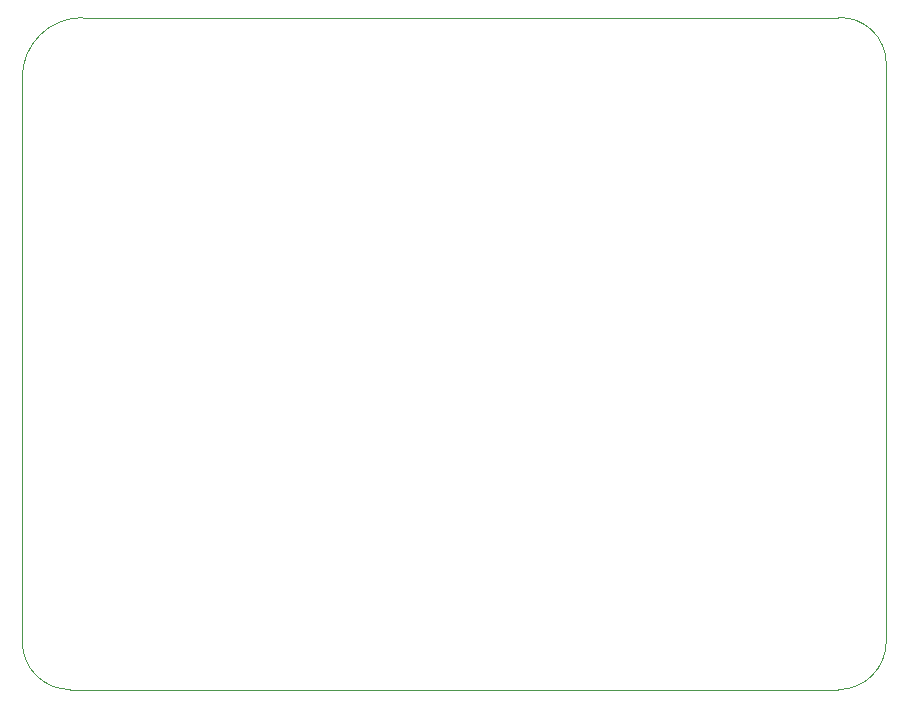
<source format=gbr>
%TF.GenerationSoftware,KiCad,Pcbnew,(7.0.0)*%
%TF.CreationDate,2023-07-07T21:43:18+02:00*%
%TF.ProjectId,newPCB,6e657750-4342-42e6-9b69-6361645f7063,rev?*%
%TF.SameCoordinates,Original*%
%TF.FileFunction,Profile,NP*%
%FSLAX46Y46*%
G04 Gerber Fmt 4.6, Leading zero omitted, Abs format (unit mm)*
G04 Created by KiCad (PCBNEW (7.0.0)) date 2023-07-07 21:43:18*
%MOMM*%
%LPD*%
G01*
G04 APERTURE LIST*
%TA.AperFunction,Profile*%
%ADD10C,0.100000*%
%TD*%
G04 APERTURE END LIST*
D10*
X61976000Y-112268000D02*
X127000000Y-112268000D01*
X57912000Y-60452000D02*
X57912000Y-108204000D01*
X127000000Y-112268000D02*
G75*
G03*
X131064000Y-108204000I0J4064000D01*
G01*
X57912000Y-108204000D02*
G75*
G03*
X61976000Y-112268000I4064000J0D01*
G01*
X131064000Y-108204000D02*
X131064000Y-59261682D01*
X131063999Y-59261682D02*
G75*
G03*
X127000000Y-55372001I-3893420J0D01*
G01*
X127000000Y-55372000D02*
X63028102Y-55372000D01*
X63028102Y-55372028D02*
G75*
G03*
X57912000Y-60452000I-36002J-5079972D01*
G01*
M02*

</source>
